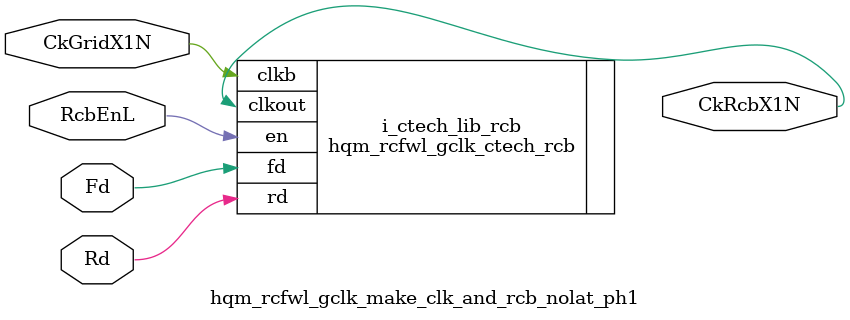
<source format=sv>


///=====================================================================================================================
/// RCB Generation with LCP capability
///=====================================================================================================================

module hqm_rcfwl_gclk_make_clk_and_rcb_nolat_ph1 
(
	output logic   CkRcbX1N,		// RCB o/p clock                                                      
        input  logic   CkGridX1N,               // Input Grid Clock    
        input  logic   RcbEnL,                  // RCB Enable (from latch): (Idle=0, Functional=1)
        input  logic   Fd,			// LCP bit
        input  logic   Rd			// LCP bit
); 

   //  This CTECH RCB does not implement a latch for the enable, latch must be enabled externally
   
   // RCB
   hqm_rcfwl_gclk_ctech_rcb i_ctech_lib_rcb(
   .clkout(CkRcbX1N),
   .clkb(CkGridX1N),
   .en(RcbEnL),
   .fd(Fd),
   .rd(Rd)
   );   

endmodule

</source>
